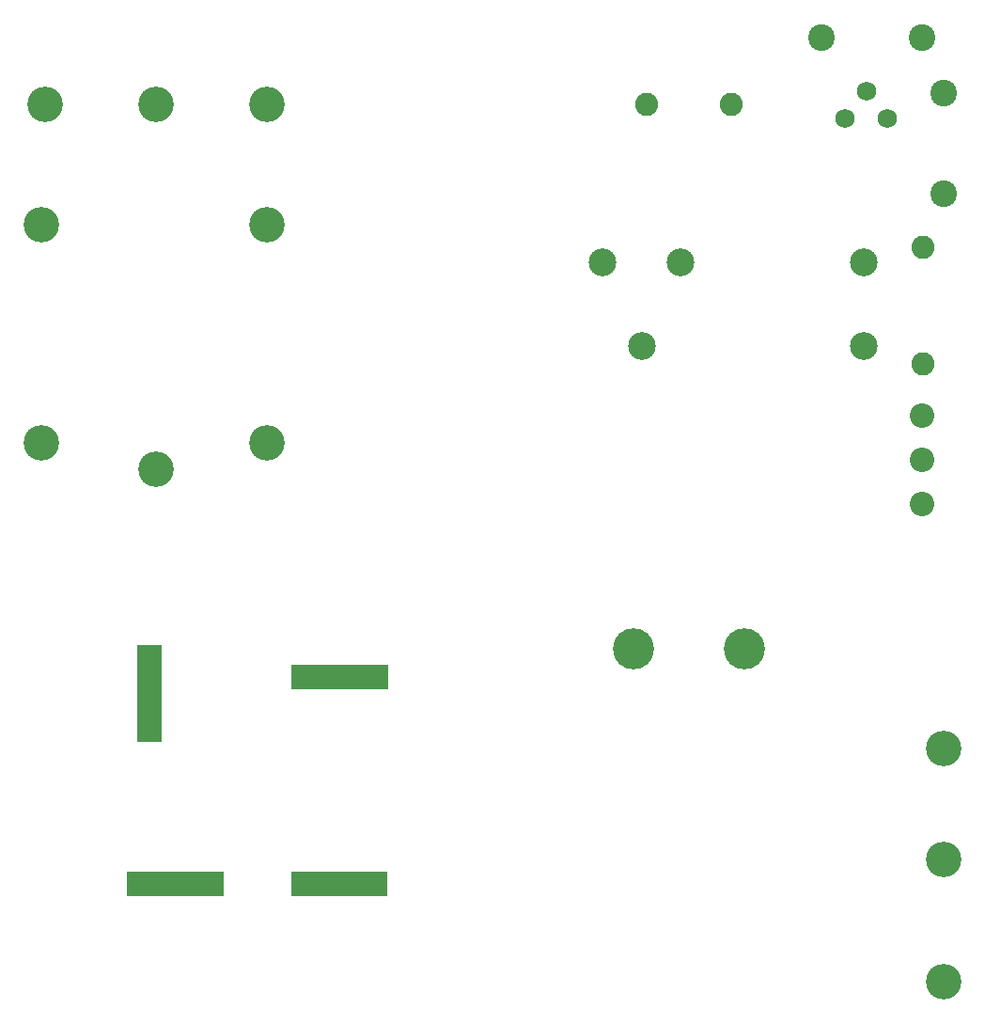
<source format=gbs>
G04 Layer: BottomSolderMaskLayer*
G04 EasyEDA v6.4.23, 2021-09-03T20:20:49+02:00*
G04 56e5470889644eeea0650e3736ad501c,9749f264c22c4078942e6e06db5db619,10*
G04 Gerber Generator version 0.2*
G04 Scale: 100 percent, Rotated: No, Reflected: No *
G04 Dimensions in millimeters *
G04 leading zeros omitted , absolute positions ,4 integer and 5 decimal *
%FSLAX45Y45*%
%MOMM*%

%ADD29C,3.7032*%
%ADD30C,2.0828*%
%ADD31C,2.5032*%
%ADD32C,1.7272*%
%ADD33C,2.4000*%
%ADD34C,3.2032*%
%ADD35C,2.2032*%

%LPD*%
G36*
X3718306Y3832097D02*
G01*
X3718306Y4052315D01*
X4588509Y4052315D01*
X4588509Y3832097D01*
G37*
G36*
X3717797Y1972310D02*
G01*
X3717797Y2192528D01*
X4588256Y2192528D01*
X4588256Y1972310D01*
G37*
G36*
X2237993Y1971802D02*
G01*
X2237993Y2192273D01*
X3108452Y2192273D01*
X3108452Y1971802D01*
G37*
G36*
X2331465Y3360420D02*
G01*
X2331465Y4230623D01*
X2551684Y4230623D01*
X2551684Y3360420D01*
G37*
D29*
G01*
X6800011Y4199991D03*
G01*
X7800009Y4199991D03*
D30*
G01*
X6919010Y9100007D03*
G01*
X7681010Y9100007D03*
D31*
G01*
X6525006Y7675041D03*
G01*
X7225029Y7675041D03*
G01*
X6875018Y6924979D03*
G01*
X8875013Y7675041D03*
G01*
X8875013Y6924979D03*
D30*
G01*
X9412706Y7816595D03*
G01*
X9412706Y6766610D03*
D32*
G01*
X8709507Y8974607D03*
G01*
X8900007Y9215907D03*
G01*
X9090507Y8974607D03*
D33*
G01*
X8500008Y9700005D03*
G01*
X9400006Y9700005D03*
G01*
X9600006Y9200006D03*
G01*
X9600006Y8300008D03*
D34*
G01*
X1467510Y8021091D03*
G01*
X1467510Y6051092D03*
G01*
X3497503Y8021091D03*
G01*
X3497503Y6051092D03*
G01*
X2497505Y5812104D03*
D35*
G01*
X9400006Y5499988D03*
G01*
X9400006Y5899988D03*
G01*
X9400006Y6299987D03*
D34*
G01*
X9600006Y3299993D03*
G01*
X9600006Y2299995D03*
G01*
X1499996Y9100007D03*
G01*
X3499993Y9100007D03*
G01*
X2499995Y9100007D03*
G01*
X9600006Y1199997D03*
M02*

</source>
